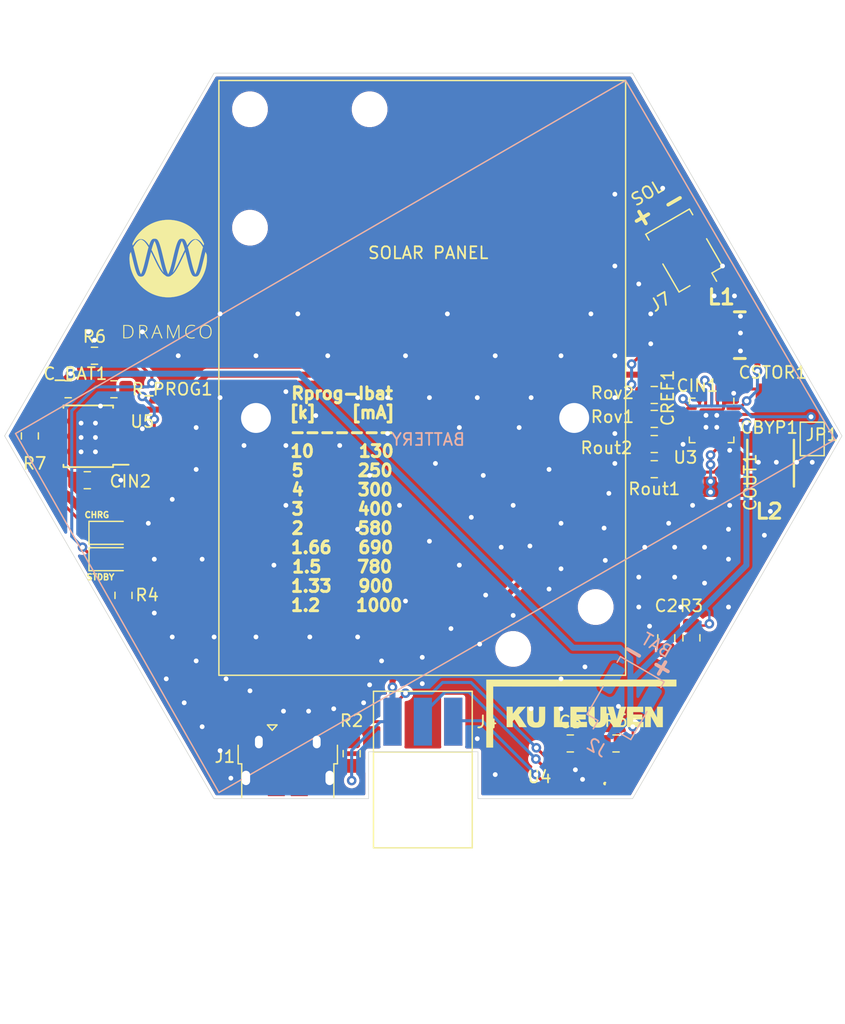
<source format=kicad_pcb>
(kicad_pcb (version 20171130) (host pcbnew "(5.1.5)-3")
  (layers (0 F.Cu signal) (31 B.Cu signal) (34 B.Paste user) (35 F.Paste user) (36 B.SilkS user) (37 F.SilkS user) (38 B.Mask user) (39 F.Mask user) (44 Edge.Cuts user))
  (net 0 "")
  (net 1 GND)
  (net 2 "Net-(C2-Pad1)")
  (net 3 "Net-(C3-Pad1)")
  (net 4 BAT+)
  (net 5 VSTOR)
  (net 6 3V3)
  (net 7 "Net-(CREF1-Pad1)")
  (net 8 VUSB)
  (net 9 "Net-(D_CHRG1-Pad1)")
  (net 10 "Net-(D_STDBY1-Pad1)")
  (net 11 "Net-(J1-Pad2)")
  (net 12 "Net-(J1-Pad4)")
  (net 13 "Net-(J1-Pad3)")
  (net 14 SDA)
  (net 15 INT)
  (net 16 "Net-(J4-Pad1)")
  (net 17 "Net-(L1-Pad2)")
  (net 18 "Net-(L2-Pad1)")
  (net 19 LED_CHRG)
  (net 20 LED_STDBY)
  (net 21 "Net-(R_PROG1-Pad1)")
  (net 22 "Net-(Rout1-Pad1)")
  (net 23 "Net-(Rov1-Pad1)")
  (net 24 "Net-(U3-Pad13)")
  (net 25 SCL)
  (net 26 SOL+)
  (net 27 "Net-(Rout2-Pad1)")
  (net 28 "Net-(J1-Pad1)")
  (module MountingHole:MountingHole_2.5mm (layer F.Cu) (at 90.6 48.2)
    (fp_text reference H1 hide)
    (fp_text value MountingHole)
    (pad 1 np_thru_hole circle (at 0 0) (size 2.5 2.5) (drill 2.5) (layers *.Cu *.Mask))
  )
  (module MountingHole:MountingHole_2.5mm (layer F.Cu) (at 117.2 48.2)
    (fp_text reference H1 hide)
    (fp_text value MountingHole)
    (pad 1 np_thru_hole circle (at 0 0) (size 2.5 2.5) (drill 2.5) (layers *.Cu *.Mask))
  )
  (module logoKuleuven2:logoKuleuven2 (layer F.Cu) (at 117.8 72.9)
    (fp_text reference G*** hide)
    (fp_text value LOGO hide)
  )
  (module logoDramco2:logoDramco2 (layer F.Cu) (at 83.2 36.6)
    (fp_text reference G*** hide)
    (fp_text value LOGO hide)
  )
  (module Package_DFN_QFN:QFN-20-1EP_3.5x3.5mm_P0.5mm_EP2x2mm (layer F.Cu) (at 128.6876 48.4048 270)
    (fp_text reference U3 (at 3.0952 2.1876 180) (layer F.SilkS))
    (fp_text value BQ25570)
    (pad 21 smd roundrect (at 0 0 270) (size 2 2) (layers F.Cu F.Mask) (roundrect_rratio 0.125) (net 1 GND))
    (pad 1 smd roundrect (at -1.6875 -1 270) (size 0.875 0.25) (layers F.Cu F.Paste F.Mask) (net 1 GND))
    (pad 2 smd roundrect (at -1.6875 -0.5 270) (size 0.875 0.25) (layers F.Cu F.Paste F.Mask) (net 26 SOL+))
    (pad 3 smd roundrect (at -1.6875 0 270) (size 0.875 0.25) (layers F.Cu F.Paste F.Mask) (net 5 VSTOR))
    (pad 4 smd roundrect (at -1.6875 0.5 270) (size 0.875 0.25) (layers F.Cu F.Paste F.Mask) (net 7 "Net-(CREF1-Pad1)"))
    (pad 5 smd roundrect (at -1.6875 1 270) (size 0.875 0.25) (layers F.Cu F.Paste F.Mask) (net 8 VUSB))
    (pad 6 smd roundrect (at -1 1.6875 270) (size 0.25 0.875) (layers F.Cu F.Paste F.Mask) (net 5 VSTOR))
    (pad 7 smd roundrect (at -0.5 1.6875 270) (size 0.25 0.875) (layers F.Cu F.Paste F.Mask) (net 23 "Net-(Rov1-Pad1)"))
    (pad 8 smd roundrect (at 0 1.6875 270) (size 0.25 0.875) (layers F.Cu F.Paste F.Mask) (net 27 "Net-(Rout2-Pad1)"))
    (pad 9 smd roundrect (at 0.5 1.6875 270) (size 0.25 0.875) (layers F.Cu F.Paste F.Mask) (net 1 GND))
    (pad 10 smd roundrect (at 1 1.6875 270) (size 0.25 0.875) (layers F.Cu F.Paste F.Mask) (net 1 GND))
    (pad 11 smd roundrect (at 1.6875 1 270) (size 0.875 0.25) (layers F.Cu F.Paste F.Mask) (net 1 GND))
    (pad 12 smd roundrect (at 1.6875 0.5 270) (size 0.875 0.25) (layers F.Cu F.Paste F.Mask) (net 22 "Net-(Rout1-Pad1)"))
    (pad 13 smd roundrect (at 1.6875 0 270) (size 0.875 0.25) (layers F.Cu F.Paste F.Mask) (net 24 "Net-(U3-Pad13)"))
    (pad 14 smd roundrect (at 1.6875 -0.5 270) (size 0.875 0.25) (layers F.Cu F.Paste F.Mask) (net 6 3V3))
    (pad 15 smd roundrect (at 1.6875 -1 270) (size 0.875 0.25) (layers F.Cu F.Paste F.Mask) (net 1 GND))
    (pad 16 smd roundrect (at 1 -1.6875 270) (size 0.25 0.875) (layers F.Cu F.Paste F.Mask) (net 18 "Net-(L2-Pad1)"))
    (pad 17 smd roundrect (at 0.5 -1.6875 270) (size 0.25 0.875) (layers F.Cu F.Paste F.Mask) (net 1 GND))
    (pad 18 smd roundrect (at 0 -1.6875 270) (size 0.25 0.875) (layers F.Cu F.Paste F.Mask) (net 4 BAT+))
    (pad 19 smd roundrect (at -0.5 -1.6875 270) (size 0.25 0.875) (layers F.Cu F.Paste F.Mask) (net 5 VSTOR))
    (pad 20 smd roundrect (at -1 -1.6875 270) (size 0.25 0.875) (layers F.Cu F.Paste F.Mask) (net 17 "Net-(L1-Pad2)"))
  )
  (module logokuleuven:generic_connector_1x02-1MP_P1.00mm_Horizontal (layer B.Cu) (at 121.1 72.3 330)
    (fp_text reference J2 (at 0 3.98 150) (layer B.SilkS) (effects (justify mirror)))
    (fp_text value Conn_01x02)
    (pad MP smd roundrect (at 1.8 -1.65 330) (size 1.2 2.5) (layers B.Cu B.Paste B.Mask) (roundrect_rratio 0.208))
    (pad MP smd roundrect (at -1.8 -1.65 330) (size 1.2 2.5) (layers B.Cu B.Paste B.Mask) (roundrect_rratio 0.208))
    (pad 2 smd roundrect (at 0.5 2.025 330) (size 0.6 1.5) (layers B.Cu B.Paste B.Mask) (net 4 BAT+))
    (pad 1 smd roundrect (at -0.5 2.025 330) (size 0.6 1.5) (layers B.Cu B.Paste B.Mask) (net 1 GND))
  )
  (module Resistor_SMD:R_0805_2012Metric_Pad1.15x1.40mm_HandSolder (layer F.Cu) (at 78.725 45.8 180)
    (fp_text reference R_PROG1 (at -4.875 0) (layer F.SilkS))
    (fp_text value 2)
    (pad 2 smd roundrect (at 1.025 0 180) (size 1.15 1.4) (layers F.Cu F.Paste F.Mask) (roundrect_rratio 0.217391) (net 1 GND))
    (pad 1 smd roundrect (at -1.025 0 180) (size 1.15 1.4) (layers F.Cu F.Paste F.Mask) (roundrect_rratio 0.217391) (net 21 "Net-(R_PROG1-Pad1)"))
  )
  (module Capacitor_SMD:C_0805_2012Metric_Pad1.15x1.40mm_HandSolder (layer F.Cu) (at 74.9 45.8)
    (fp_text reference C_BAT1 (at 0.6 -1.3) (layer F.SilkS))
    (fp_text value "10 uF")
    (pad 2 smd roundrect (at 1.025 0) (size 1.15 1.4) (layers F.Cu F.Paste F.Mask) (roundrect_rratio 0.217391) (net 1 GND))
    (pad 1 smd roundrect (at -1.025 0) (size 1.15 1.4) (layers F.Cu F.Paste F.Mask) (roundrect_rratio 0.217391) (net 4 BAT+))
  )
  (module lib:TP4056_SOP-8-PP (layer F.Cu) (at 76.58 49.73 180)
    (fp_text reference U5 (at -4.52 1.23) (layer F.SilkS))
    (fp_text value TP4056-42-ESOP8)
    (pad 9 smd rect (at 0 0 180) (size 2.7 3.6) (layers F.Cu F.Paste F.Mask) (net 1 GND))
    (pad 8 smd rect (at 2.7 -1.905 180) (size 1.5 0.65) (layers F.Cu F.Paste F.Mask) (net 8 VUSB))
    (pad 7 smd rect (at 2.7 -0.635 180) (size 1.5 0.65) (layers F.Cu F.Paste F.Mask) (net 19 LED_CHRG))
    (pad 6 smd rect (at 2.7 0.635 180) (size 1.5 0.65) (layers F.Cu F.Paste F.Mask) (net 20 LED_STDBY))
    (pad 5 smd rect (at 2.7 1.905 180) (size 1.5 0.65) (layers F.Cu F.Paste F.Mask) (net 4 BAT+))
    (pad 4 smd rect (at -2.7 1.905 180) (size 1.5 0.65) (layers F.Cu F.Paste F.Mask) (net 8 VUSB))
    (pad 3 smd rect (at -2.7 0.635 180) (size 1.5 0.65) (layers F.Cu F.Paste F.Mask) (net 1 GND))
    (pad 2 smd rect (at -2.7 -0.635 180) (size 1.5 0.65) (layers F.Cu F.Paste F.Mask) (net 21 "Net-(R_PROG1-Pad1)"))
    (pad 1 smd rect (at -2.7 -1.905 180) (size 1.5 0.65) (layers F.Cu F.Paste F.Mask) (net 1 GND))
  )
  (module MountingHole:MountingHole_2.5mm (layer F.Cu) (at 90.1 22.4)
    (fp_text reference H5 hide)
    (fp_text value MountingHole)
    (pad 1 np_thru_hole circle (at 0 0) (size 2.5 2.5) (drill 2.5) (layers *.Cu *.Mask))
  )
  (module MountingHole:MountingHole_2.5mm (layer F.Cu) (at 112.1 67.5)
    (fp_text reference H4 hide)
    (fp_text value MountingHole)
    (pad 1 np_thru_hole circle (at 0 0) (size 2.5 2.5) (drill 2.5) (layers *.Cu *.Mask))
  )
  (module MountingHole:MountingHole_2.5mm (layer F.Cu) (at 100.1 22.4)
    (fp_text reference H3 hide)
    (fp_text value MountingHole)
    (pad 1 np_thru_hole circle (at 0 0) (size 2.5 2.5) (drill 2.5) (layers *.Cu *.Mask))
  )
  (module MountingHole:MountingHole_2.5mm (layer F.Cu) (at 119 64)
    (fp_text reference H2 hide)
    (fp_text value MountingHole)
    (pad 1 np_thru_hole circle (at 0 0) (size 2.5 2.5) (drill 2.5) (layers *.Cu *.Mask))
  )
  (module MountingHole:MountingHole_2.5mm (layer F.Cu) (at 90.1 32.3)
    (fp_text reference H1 hide)
    (fp_text value MountingHole)
    (pad 1 np_thru_hole circle (at 0 0) (size 2.5 2.5) (drill 2.5) (layers *.Cu *.Mask))
  )
  (module footprints:MAX17043G&plus_T (layer F.Cu) (at 117.6 78 180)
    (fp_text reference U4 (at 3.3 -0.2) (layer F.SilkS))
    (fp_text value MAX17043G+T hide)
    (pad 9 smd rect (at 0 0 180) (size 1.7526 1.905) (layers F.Cu F.Paste F.Mask) (net 1 GND))
    (pad 8 smd rect (at 1.42 -0.750001 180) (size 0.807999 0.2248) (layers F.Cu F.Paste F.Mask) (net 14 SDA))
    (pad 7 smd rect (at 1.42 -0.25 180) (size 0.807999 0.2248) (layers F.Cu F.Paste F.Mask) (net 25 SCL))
    (pad 6 smd rect (at 1.42 0.25 180) (size 0.807999 0.2248) (layers F.Cu F.Paste F.Mask) (net 1 GND))
    (pad 5 smd rect (at 1.42 0.750001 180) (size 0.807999 0.2248) (layers F.Cu F.Paste F.Mask) (net 15 INT))
    (pad 4 smd rect (at -1.42 0.750001 180) (size 0.807999 0.2248) (layers F.Cu F.Paste F.Mask) (net 1 GND))
    (pad 3 smd rect (at -1.42 0.25 180) (size 0.807999 0.2248) (layers F.Cu F.Paste F.Mask) (net 3 "Net-(C3-Pad1)"))
    (pad 2 smd rect (at -1.42 -0.25 180) (size 0.807999 0.2248) (layers F.Cu F.Paste F.Mask) (net 2 "Net-(C2-Pad1)"))
    (pad 1 smd rect (at -1.42 -0.750001 180) (size 0.807999 0.2248) (layers F.Cu F.Paste F.Mask) (net 1 GND))
  )
  (module logokuleuven:generic_connector_1x02-1MP_P1.00mm_Horizontal (layer F.Cu) (at 126.8 34.9 210)
    (fp_text reference J7 (at 3.878461 -1.917691 30) (layer F.SilkS))
    (fp_text value Conn_01x02)
    (pad MP smd roundrect (at 1.8 1.65 210) (size 1.2 2.5) (layers F.Cu F.Paste F.Mask) (roundrect_rratio 0.208))
    (pad MP smd roundrect (at -1.8 1.65 210) (size 1.2 2.5) (layers F.Cu F.Paste F.Mask) (roundrect_rratio 0.208))
    (pad 2 smd roundrect (at 0.5 -2.025 210) (size 0.6 1.5) (layers F.Cu F.Paste F.Mask) (net 26 SOL+))
    (pad 1 smd roundrect (at -0.5 -2.025 210) (size 0.6 1.5) (layers F.Cu F.Paste F.Mask) (net 1 GND))
  )
  (module Jumper:SolderJumper-2_P1.3mm_Bridged2Bar_Pad1.0x1.5mm (layer F.Cu) (at 137.1 49.95 90)
    (fp_text reference JP1 (at 0.35 0.8 180) (layer F.SilkS))
    (fp_text value Jumper)
    (fp_poly (pts (xy -0.25 0.2) (xy 0.25 0.2) (xy 0.25 0.6) (xy -0.25 0.6)) (layer F.Cu) (width 0))
    (fp_poly (pts (xy -0.25 -0.6) (xy 0.25 -0.6) (xy 0.25 -0.2) (xy -0.25 -0.2)) (layer F.Cu) (width 0))
    (pad 1 smd rect (at -0.65 0 90) (size 1 1.5) (layers F.Cu F.Mask) (net 1 GND))
    (pad 2 smd rect (at 0.65 0 90) (size 1 1.5) (layers F.Cu F.Mask) (net 5 VSTOR))
  )
  (module VJ0805Y103KXBT:VJ0805Y103KXBT (layer F.Cu) (at 130.32 44.58)
    (fp_text reference CIN1 (at -2.82 0.92) (layer F.SilkS))
    (fp_text value "4.7 uF" hide)
    (fp_line (start -0.3429 -0.6731) (end 0.3429 -0.6731) (layer F.Cu) (width 0.1524))
    (fp_line (start 0.3429 -0.6731) (end 0.3429 0.6731) (layer F.Cu) (width 0.1524))
    (fp_line (start 0.3429 0.6731) (end -0.3429 0.6731) (layer F.Cu) (width 0.1524))
    (fp_line (start -0.3429 0.6731) (end -0.3429 -0.6731) (layer F.Cu) (width 0.1524))
    (pad 1 smd rect (at -0.8509 0) (size 0.9144 1.4478) (layers F.Cu F.Paste F.Mask) (net 26 SOL+))
    (pad 2 smd rect (at 0.8509 0) (size 0.9144 1.4478) (layers F.Cu F.Paste F.Mask) (net 1 GND))
  )
  (module VJ0805Y103KXBT:VJ0805Y103KXBT (layer F.Cu) (at 133.12 46.6309 90)
    (fp_text reference CBYP1 (at -2.3691 0.38 180) (layer F.SilkS))
    (fp_text value "0.01 uF" hide)
    (fp_line (start -0.3429 -0.6731) (end 0.3429 -0.6731) (layer F.Cu) (width 0.1524))
    (fp_line (start 0.3429 -0.6731) (end 0.3429 0.6731) (layer F.Cu) (width 0.1524))
    (fp_line (start 0.3429 0.6731) (end -0.3429 0.6731) (layer F.Cu) (width 0.1524))
    (fp_line (start -0.3429 0.6731) (end -0.3429 -0.6731) (layer F.Cu) (width 0.1524))
    (pad 1 smd rect (at -0.8509 0 90) (size 0.9144 1.4478) (layers F.Cu F.Paste F.Mask) (net 5 VSTOR))
    (pad 2 smd rect (at 0.8509 0 90) (size 0.9144 1.4478) (layers F.Cu F.Paste F.Mask) (net 1 GND))
  )
  (module VJ0805Y103KXBT:VJ0805Y103KXBT (layer F.Cu) (at 130.1 53 270)
    (fp_text reference COUT1 (at 0.5709 -1.82 90) (layer F.SilkS))
    (fp_text value "22 uF" hide)
    (fp_line (start -0.3429 0.6731) (end -0.3429 -0.6731) (layer F.Cu) (width 0.1524))
    (fp_line (start 0.3429 0.6731) (end -0.3429 0.6731) (layer F.Cu) (width 0.1524))
    (fp_line (start 0.3429 -0.6731) (end 0.3429 0.6731) (layer F.Cu) (width 0.1524))
    (fp_line (start -0.3429 -0.6731) (end 0.3429 -0.6731) (layer F.Cu) (width 0.1524))
    (pad 2 smd rect (at 0.8509 0 270) (size 0.9144 1.4478) (layers F.Cu F.Paste F.Mask) (net 6 3V3))
    (pad 1 smd rect (at -0.8509 0 270) (size 0.9144 1.4478) (layers F.Cu F.Paste F.Mask) (net 1 GND))
  )
  (module VJ0805Y103KXBT:VJ0805Y103KXBT (layer F.Cu) (at 125.9509 43.2 180)
    (fp_text reference CREF1 (at 0.9309 -3.32 270) (layer F.SilkS))
    (fp_text value "10 nF" hide)
    (fp_line (start -0.3429 -0.6731) (end 0.3429 -0.6731) (layer F.Cu) (width 0.1524))
    (fp_line (start 0.3429 -0.6731) (end 0.3429 0.6731) (layer F.Cu) (width 0.1524))
    (fp_line (start 0.3429 0.6731) (end -0.3429 0.6731) (layer F.Cu) (width 0.1524))
    (fp_line (start -0.3429 0.6731) (end -0.3429 -0.6731) (layer F.Cu) (width 0.1524))
    (pad 1 smd rect (at -0.8509 0 180) (size 0.9144 1.4478) (layers F.Cu F.Paste F.Mask) (net 7 "Net-(CREF1-Pad1)"))
    (pad 2 smd rect (at 0.8509 0 180) (size 0.9144 1.4478) (layers F.Cu F.Paste F.Mask) (net 1 GND))
  )
  (module VJ0805Y103KXBT:VJ0805Y103KXBT (layer F.Cu) (at 135.32 46.6309 90)
    (fp_text reference CSTOR1 (at 2.2309 -1.52 180) (layer F.SilkS))
    (fp_text value "4.7 uF" hide)
    (fp_line (start -0.3429 -0.6731) (end 0.3429 -0.6731) (layer F.Cu) (width 0.1524))
    (fp_line (start 0.3429 -0.6731) (end 0.3429 0.6731) (layer F.Cu) (width 0.1524))
    (fp_line (start 0.3429 0.6731) (end -0.3429 0.6731) (layer F.Cu) (width 0.1524))
    (fp_line (start -0.3429 0.6731) (end -0.3429 -0.6731) (layer F.Cu) (width 0.1524))
    (pad 1 smd rect (at -0.8509 0 90) (size 0.9144 1.4478) (layers F.Cu F.Paste F.Mask) (net 5 VSTOR))
    (pad 2 smd rect (at 0.8509 0 90) (size 0.9144 1.4478) (layers F.Cu F.Paste F.Mask) (net 1 GND))
  )
  (module LPS4018-223MRB:LPS4018 (layer F.Cu) (at 131.045 41.28)
    (fp_text reference L1 (at -1.545 -3.18) (layer F.SilkS) (effects (font (size 1.27 1.27) (thickness 0.254))))
    (fp_text value "22 uH" hide)
    (pad 1 smd rect (at -1.475 0) (size 1.45 3.89) (layers F.Cu F.Paste F.Mask) (net 26 SOL+))
    (pad 2 smd rect (at 1.475 0) (size 1.45 3.89) (layers F.Cu F.Paste F.Mask) (net 17 "Net-(L1-Pad2)"))
  )
  (module LPS4018-103MRB:INDPM3939X180N (layer F.Cu) (at 133.62 51.98 270)
    (fp_text reference L2 (at 4.02 0.12 180) (layer F.SilkS) (effects (font (size 1.27 1.27) (thickness 0.254))))
    (fp_text value "10 uH" hide)
    (pad 1 smd rect (at -1.7 0 270) (size 1.65 3.95) (layers F.Cu F.Paste F.Mask) (net 18 "Net-(L2-Pad1)"))
    (pad 2 smd rect (at 1.7 0 270) (size 1.65 3.95) (layers F.Cu F.Paste F.Mask) (net 6 3V3))
  )
  (module Resistor_SMD:R_0805_2012Metric_Pad1.15x1.40mm_HandSolder (layer F.Cu) (at 123.895 52.48 180)
    (fp_text reference Rout1 (at 0 -1.65) (layer F.SilkS))
    (fp_text value 4.75M)
    (pad 1 smd roundrect (at -1.025 0 180) (size 1.15 1.4) (layers F.Cu F.Paste F.Mask) (roundrect_rratio 0.217391) (net 22 "Net-(Rout1-Pad1)"))
    (pad 2 smd roundrect (at 1.025 0 180) (size 1.15 1.4) (layers F.Cu F.Paste F.Mask) (roundrect_rratio 0.217391) (net 1 GND))
  )
  (module Resistor_SMD:R_0805_2012Metric_Pad1.15x1.40mm_HandSolder (layer F.Cu) (at 123.895 50.38)
    (fp_text reference Rout2 (at -3.995 0.32) (layer F.SilkS))
    (fp_text value 8.25M)
    (pad 1 smd roundrect (at -1.025 0) (size 1.15 1.4) (layers F.Cu F.Paste F.Mask) (roundrect_rratio 0.217391) (net 27 "Net-(Rout2-Pad1)"))
    (pad 2 smd roundrect (at 1.025 0) (size 1.15 1.4) (layers F.Cu F.Paste F.Mask) (roundrect_rratio 0.217391) (net 22 "Net-(Rout1-Pad1)"))
  )
  (module Resistor_SMD:R_0805_2012Metric_Pad1.15x1.40mm_HandSolder (layer F.Cu) (at 123.895 46.28 180)
    (fp_text reference Rov1 (at 3.495 -1.82) (layer F.SilkS))
    (fp_text value 5.62M)
    (pad 1 smd roundrect (at -1.025 0 180) (size 1.15 1.4) (layers F.Cu F.Paste F.Mask) (roundrect_rratio 0.217391) (net 23 "Net-(Rov1-Pad1)"))
    (pad 2 smd roundrect (at 1.025 0 180) (size 1.15 1.4) (layers F.Cu F.Paste F.Mask) (roundrect_rratio 0.217391) (net 1 GND))
  )
  (module Resistor_SMD:R_0805_2012Metric_Pad1.15x1.40mm_HandSolder (layer F.Cu) (at 123.895 48.28)
    (fp_text reference Rov2 (at -3.495 -2.18) (layer F.SilkS))
    (fp_text value 7.32M)
    (pad 1 smd roundrect (at -1.025 0) (size 1.15 1.4) (layers F.Cu F.Paste F.Mask) (roundrect_rratio 0.217391) (net 27 "Net-(Rout2-Pad1)"))
    (pad 2 smd roundrect (at 1.025 0) (size 1.15 1.4) (layers F.Cu F.Paste F.Mask) (roundrect_rratio 0.217391) (net 23 "Net-(Rov1-Pad1)"))
  )
  (module USB:USB_Micro (layer F.Cu) (at 87.8621 76.95926)
    (fp_text reference J1 (at 0.1379 -0.45926) (layer F.SilkS))
    (fp_text value USB_B_Micro)
    (pad 6 smd rect (at 6.3579 1.59074 90) (size 2.5 1.43) (layers F.Cu F.Paste F.Mask) (net 1 GND))
    (pad 6 thru_hole oval (at 1.8979 1.32074 90) (size 1.7 1.35) (drill oval 1.2 0.7) (layers *.Cu *.Mask) (net 1 GND))
    (pad 2 smd rect (at 4.7479 -1.55926 90) (size 1.65 0.4) (layers F.Cu F.Paste F.Mask) (net 11 "Net-(J1-Pad2)"))
    (pad 6 smd rect (at 2.4479 -0.35926) (size 1.825 0.7) (layers F.Cu F.Paste F.Mask) (net 1 GND))
    (pad 6 smd rect (at 8.2979 -1.67926) (size 2 1.5) (layers F.Cu F.Paste F.Mask) (net 1 GND))
    (pad 1 smd rect (at 4.0979 -1.55926 90) (size 1.65 0.4) (layers F.Cu F.Paste F.Mask) (net 28 "Net-(J1-Pad1)"))
    (pad 6 smd rect (at 8.3979 -0.35926) (size 1.825 0.7) (layers F.Cu F.Paste F.Mask) (net 1 GND))
    (pad 4 smd rect (at 6.0479 -1.55926 90) (size 1.65 0.4) (layers F.Cu F.Paste F.Mask) (net 12 "Net-(J1-Pad4)"))
    (pad 5 smd rect (at 6.6979 -1.55926 90) (size 1.65 0.4) (layers F.Cu F.Paste F.Mask) (net 1 GND))
    (pad 6 thru_hole oval (at 7.8179 -1.67926 90) (size 1.5 1.1) (drill oval 1.05 0.65) (layers *.Cu *.Mask) (net 1 GND))
    (pad 6 thru_hole oval (at 2.9779 -1.67926 90) (size 1.5 1.1) (drill oval 1.05 0.65) (layers *.Cu *.Mask) (net 1 GND))
    (pad 6 thru_hole oval (at 8.8979 1.32074 90) (size 1.7 1.35) (drill oval 1.2 0.7) (layers *.Cu *.Mask) (net 1 GND))
    (pad 3 smd rect (at 5.3979 -1.55926 90) (size 1.65 0.4) (layers F.Cu F.Paste F.Mask) (net 13 "Net-(J1-Pad3)"))
    (pad 6 smd rect (at 2.6679 0.39074) (size 1.35 2) (layers F.Cu F.Paste F.Mask) (net 1 GND))
    (pad 6 smd rect (at 8.1479 0.39074) (size 1.35 2) (layers F.Cu F.Paste F.Mask) (net 1 GND))
    (pad 6 smd rect (at 2.5479 -1.65926) (size 2 1.5) (layers F.Cu F.Paste F.Mask) (net 1 GND))
    (pad 6 smd rect (at 4.4379 1.59074 90) (size 2.5 1.43) (layers F.Cu F.Paste F.Mask) (net 1 GND))
  )
  (module Capacitor_SMD:C_0805_2012Metric_Pad1.15x1.40mm_HandSolder (layer F.Cu) (at 76.5 53.4)
    (fp_text reference CIN2 (at 3.6 0.1) (layer F.SilkS))
    (fp_text value "10 uF")
    (pad 2 smd roundrect (at 1.025 0) (size 1.15 1.4) (layers F.Cu F.Paste F.Mask) (roundrect_rratio 0.217391) (net 1 GND))
    (pad 1 smd roundrect (at -1.025 0) (size 1.15 1.4) (layers F.Cu F.Paste F.Mask) (roundrect_rratio 0.217391) (net 8 VUSB))
  )
  (module Resistor_SMD:R_0805_2012Metric_Pad1.15x1.40mm_HandSolder (layer F.Cu) (at 71.7 49.7 270)
    (fp_text reference R7 (at 2.3 -0.4 180) (layer F.SilkS))
    (fp_text value 1k)
    (pad 2 smd roundrect (at 1.025 0 270) (size 1.15 1.4) (layers F.Cu F.Paste F.Mask) (roundrect_rratio 0.217391) (net 9 "Net-(D_CHRG1-Pad1)"))
    (pad 1 smd roundrect (at -1.025 0 270) (size 1.15 1.4) (layers F.Cu F.Paste F.Mask) (roundrect_rratio 0.217391) (net 19 LED_CHRG))
  )
  (module Resistor_SMD:R_0805_2012Metric_Pad1.15x1.40mm_HandSolder (layer F.Cu) (at 77.1 43 180)
    (fp_text reference R6 (at 0 1.6) (layer F.SilkS))
    (fp_text value 1k)
    (pad 2 smd roundrect (at 1.025 0 180) (size 1.15 1.4) (layers F.Cu F.Paste F.Mask) (roundrect_rratio 0.217391) (net 20 LED_STDBY))
    (pad 1 smd roundrect (at -1.025 0 180) (size 1.15 1.4) (layers F.Cu F.Paste F.Mask) (roundrect_rratio 0.217391) (net 10 "Net-(D_STDBY1-Pad1)"))
  )
  (module Resistor_SMD:R_0805_2012Metric_Pad1.15x1.40mm_HandSolder (layer F.Cu) (at 120.7 75.4)
    (fp_text reference R5 (at 0 -1.9) (layer F.SilkS))
    (fp_text value 150 hide)
    (pad 2 smd roundrect (at 1.025 0) (size 1.15 1.4) (layers F.Cu F.Paste F.Mask) (roundrect_rratio 0.217391) (net 4 BAT+))
    (pad 1 smd roundrect (at -1.025 0) (size 1.15 1.4) (layers F.Cu F.Paste F.Mask) (roundrect_rratio 0.217391) (net 3 "Net-(C3-Pad1)"))
  )
  (module Resistor_SMD:R_0805_2012Metric_Pad1.15x1.40mm_HandSolder (layer F.Cu) (at 79.525 63.025 270)
    (fp_text reference R4 (at -0.025 -1.975 180) (layer F.SilkS))
    (fp_text value 0.4)
    (pad 2 smd roundrect (at 1.025 0 270) (size 1.15 1.4) (layers F.Cu F.Paste F.Mask) (roundrect_rratio 0.217391) (net 28 "Net-(J1-Pad1)"))
    (pad 1 smd roundrect (at -1.025 0 270) (size 1.15 1.4) (layers F.Cu F.Paste F.Mask) (roundrect_rratio 0.217391) (net 8 VUSB))
  )
  (module Resistor_SMD:R_0805_2012Metric_Pad1.15x1.40mm_HandSolder (layer F.Cu) (at 127 66.575 90)
    (fp_text reference R3 (at 2.675 0 180) (layer F.SilkS))
    (fp_text value 1k hide)
    (pad 2 smd roundrect (at 1.025 0 90) (size 1.15 1.4) (layers F.Cu F.Paste F.Mask) (roundrect_rratio 0.217391) (net 4 BAT+))
    (pad 1 smd roundrect (at -1.025 0 90) (size 1.15 1.4) (layers F.Cu F.Paste F.Mask) (roundrect_rratio 0.217391) (net 2 "Net-(C2-Pad1)"))
  )
  (module Resistor_SMD:R_0805_2012Metric_Pad1.15x1.40mm_HandSolder (layer F.Cu) (at 98.6 76.25 90)
    (fp_text reference R2 (at 2.75 0 180) (layer F.SilkS))
    (fp_text value 4.7k)
    (pad 2 smd roundrect (at 1.025 0 90) (size 1.15 1.4) (layers F.Cu F.Paste F.Mask) (roundrect_rratio 0.217391) (net 15 INT))
    (pad 1 smd roundrect (at -1.025 0 90) (size 1.15 1.4) (layers F.Cu F.Paste F.Mask) (roundrect_rratio 0.217391) (net 6 3V3))
  )
  (module ConnectorHorizontalPcb:ConnectorHorizontalPcb (layer F.Cu) (at 107.09 73.58 270)
    (fp_text reference J4 (at 0.02 -2.81 180) (layer F.SilkS))
    (fp_text value Conn_02x03_Top_Bottom hide)
    (pad 6 smd rect (at 0 5.08 270) (size 4 1.524) (layers B.Cu B.Paste B.Mask) (net 6 3V3))
    (pad 5 smd rect (at 0 2.54 270) (size 4 1.524) (layers B.Cu B.Paste B.Mask) (net 25 SCL))
    (pad 4 smd rect (at 0 0 270) (size 4 1.524) (layers B.Cu B.Paste B.Mask) (net 14 SDA))
    (pad 3 smd rect (at 0 5.08 270) (size 4 1.524) (layers F.Cu F.Paste F.Mask) (net 15 INT))
    (pad 2 smd rect (at 0 2.54 270) (size 4 1.524) (layers F.Cu F.Paste F.Mask) (net 1 GND))
    (pad 1 smd rect (at 0 0 270) (size 4 1.524) (layers F.Cu F.Paste F.Mask) (net 16 "Net-(J4-Pad1)"))
  )
  (module LED_SMD:LED_0805_2012Metric_Pad1.15x1.40mm_HandSolder (layer F.Cu) (at 78.5 60)
    (fp_text reference D_STDBY1 hide)
    (fp_text value LED)
    (pad 2 smd roundrect (at 1.025 0) (size 1.15 1.4) (layers F.Cu F.Paste F.Mask) (roundrect_rratio 0.217391) (net 8 VUSB))
    (pad 1 smd roundrect (at -1.025 0) (size 1.15 1.4) (layers F.Cu F.Paste F.Mask) (roundrect_rratio 0.217391) (net 10 "Net-(D_STDBY1-Pad1)"))
  )
  (module LED_SMD:LED_0805_2012Metric_Pad1.15x1.40mm_HandSolder (layer F.Cu) (at 78.5 57.8)
    (fp_text reference D_CHRG1 hide)
    (fp_text value LED)
    (pad 2 smd roundrect (at 1.025 0) (size 1.15 1.4) (layers F.Cu F.Paste F.Mask) (roundrect_rratio 0.217391) (net 8 VUSB))
    (pad 1 smd roundrect (at -1.025 0) (size 1.15 1.4) (layers F.Cu F.Paste F.Mask) (roundrect_rratio 0.217391) (net 9 "Net-(D_CHRG1-Pad1)"))
  )
  (module Capacitor_SMD:C_0805_2012Metric_Pad1.15x1.40mm_HandSolder (layer F.Cu) (at 116.875 75.4 180)
    (fp_text reference C3 (at -0.025 1.8) (layer F.SilkS))
    (fp_text value "10 nF")
    (pad 2 smd roundrect (at 1.025 0 180) (size 1.15 1.4) (layers F.Cu F.Paste F.Mask) (roundrect_rratio 0.217391) (net 1 GND))
    (pad 1 smd roundrect (at -1.025 0 180) (size 1.15 1.4) (layers F.Cu F.Paste F.Mask) (roundrect_rratio 0.217391) (net 3 "Net-(C3-Pad1)"))
  )
  (module Capacitor_SMD:C_0805_2012Metric_Pad1.15x1.40mm_HandSolder (layer F.Cu) (at 124.9 66.575 90)
    (fp_text reference C2 (at 2.675 0 180) (layer F.SilkS))
    (fp_text value "1 uF")
    (pad 2 smd roundrect (at 1.025 0 90) (size 1.15 1.4) (layers F.Cu F.Paste F.Mask) (roundrect_rratio 0.217391) (net 1 GND))
    (pad 1 smd roundrect (at -1.025 0 90) (size 1.15 1.4) (layers F.Cu F.Paste F.Mask) (roundrect_rratio 0.217391) (net 2 "Net-(C2-Pad1)"))
  )
  (gr_text - (at 122.2 67.7 -30) (layer B.SilkS) (effects (font (size 1.5 1.5) (thickness 0.3)) (justify mirror)))
  (gr_text + (at 124.6 69 -30) (layer B.SilkS) (effects (font (size 1.5 1.5) (thickness 0.3)) (justify mirror)))
  (gr_text - (at 125.5 30 30) (layer F.SilkS) (effects (font (size 1.5 1.5) (thickness 0.3))))
  (gr_text + (at 123 31.4 -60) (layer F.SilkS) (effects (font (size 1.5 1.5) (thickness 0.3))))
  (gr_text "Rprog-Ibat\n[k]    [mA]\n-------\n10     130\n5      250\n4      300\n3      400\n2      580\n1.66   690\n1.5    780\n1.33   900\n 1.2    1000" (at 97.8 55) (layer F.SilkS) (effects (font (size 1 1) (thickness 0.25))))
  (gr_text CHRG (at 77.3 56.3) (layer F.SilkS) (effects (font (size 0.5 0.5) (thickness 0.125))))
  (gr_text STDBY (at 77.6 61.5) (layer F.SilkS) (effects (font (size 0.5 0.5) (thickness 0.125))))
  (gr_text "BAT\n" (at 124.1 67.2 -30) (layer B.SilkS) (effects (font (size 1 1)) (justify mirror)))
  (gr_text "SOL\n" (at 123.3 29.4 30) (layer F.SilkS) (effects (font (size 1 1))))
  (gr_text BATTERY (at 105 50) (layer B.SilkS) (effects (font (size 1 1)) (justify mirror)))
  (gr_line (start 70.5 49.5) (end 87.5 79.5) (layer B.SilkS) (width 0.12))
  (gr_line (start 121.5 20) (end 70.5 49.5) (layer B.SilkS) (width 0.12))
  (gr_line (start 139 50) (end 121.5 20) (layer B.SilkS) (width 0.12))
  (gr_line (start 87.5 79.5) (end 139 50) (layer B.SilkS) (width 0.12))
  (gr_text "SOLAR PANEL" (at 105 34.4) (layer F.SilkS) (effects (font (size 1 1))))
  (gr_line (start 87.5 69.7) (end 87.5 20) (layer F.SilkS) (width 0.12))
  (gr_line (start 121.5 69.7) (end 87.5 69.7) (layer F.SilkS) (width 0.12))
  (gr_line (start 121.5 20) (end 121.5 69.7) (layer F.SilkS) (width 0.12))
  (gr_line (start 87.5 20) (end 121.5 20) (layer F.SilkS) (width 0.12))
  (gr_line (start 139.58688 49.69912) (end 122.08688 80.00982) (layer Edge.Cuts) (width 0.05))
  (gr_line (start 122.08688 19.38842) (end 139.58688 49.69912) (layer Edge.Cuts) (width 0.05))
  (gr_line (start 87.08688 80.00982) (end 69.58688 49.69912) (layer Edge.Cuts) (width 0.05))
  (gr_line (start 87.08688 80.00982) (end 98.99688 80.00982) (layer Edge.Cuts) (width 0.05))
  (gr_line (start 98.99688 80.00982) (end 100.014 80.00982) (layer Edge.Cuts) (width 0.05))
  (gr_line (start 109.158 76.094) (end 109.158 80.00982) (layer Edge.Cuts) (width 0.05))
  (gr_line (start 69.58688 49.69912) (end 87.08688 19.38842) (layer Edge.Cuts) (width 0.05))
  (gr_line (start 100.014 76.094) (end 109.158 76.094) (layer Edge.Cuts) (width 0.05))
  (gr_line (start 87.08688 19.38842) (end 122.08688 19.38842) (layer Edge.Cuts) (width 0.05))
  (gr_line (start 100.014 80.00982) (end 100.014 76.094) (layer Edge.Cuts) (width 0.05))
  (gr_line (start 109.158 80.00982) (end 122.08688 80.00982) (layer Edge.Cuts) (width 0.05))
  (via (at 77.6 47.2) (size 0.8) (drill 0.4) (layers F.Cu B.Cu) (net 1))
  (via (at 81.1 49.1) (size 0.8) (drill 0.4) (layers F.Cu B.Cu) (net 1))
  (via (at 130.2 50.9) (size 0.8) (drill 0.4) (layers F.Cu B.Cu) (net 1))
  (via (at 126.3 50.4) (size 0.8) (drill 0.4) (layers F.Cu B.Cu) (net 1))
  (via (at 88.5 78.3) (size 0.8) (drill 0.4) (layers F.Cu B.Cu) (net 1))
  (via (at 79.3 53.4) (size 0.8) (drill 0.4) (layers F.Cu B.Cu) (net 1))
  (via (at 123.5 65.6) (size 0.8) (drill 0.4) (layers F.Cu B.Cu) (net 1))
  (via (at 137.1 51.9) (size 0.8) (drill 0.4) (layers F.Cu B.Cu) (net 1))
  (via (at 95 72.7) (size 0.8) (drill 0.4) (layers F.Cu B.Cu) (net 1))
  (via (at 104.5 70.4) (size 0.8) (drill 0.4) (layers F.Cu B.Cu) (net 1))
  (via (at 129.12 47.98) (size 0.8) (drill 0.4) (layers F.Cu B.Cu) (net 1))
  (via (at 129.12 48.98) (size 0.8) (drill 0.4) (layers F.Cu B.Cu) (net 1))
  (via (at 128.22 47.98) (size 0.8) (drill 0.4) (layers F.Cu B.Cu) (net 1))
  (via (at 128.22 48.98) (size 0.8) (drill 0.4) (layers F.Cu B.Cu) (net 1))
  (segment (start 133.12 45.78) (end 132.1461 45.78) (width 0.25) (layer F.Cu) (net 1))
  (segment (start 127.0001 48.9048) (end 126.6152 48.9048) (width 0.25) (layer F.Cu) (net 1))
  (segment (start 128.1448 48.9048) (end 128.22 48.98) (width 0.25) (layer F.Cu) (net 1))
  (segment (start 132.1461 45.78) (end 130.92 45.78) (width 0.25) (layer F.Cu) (net 1))
  (segment (start 127.0001 48.9048) (end 128.1448 48.9048) (width 0.25) (layer F.Cu) (net 1))
  (segment (start 129.6876 46.7173) (end 129.9075 46.7173) (width 0.25) (layer F.Cu) (net 1))
  (segment (start 129.9075 46.7173) (end 130.535729 46.135729) (width 0.25) (layer F.Cu) (net 1))
  (segment (start 135.32 45.78) (end 133.12 45.78) (width 0.25) (layer F.Cu) (net 1))
  (segment (start 130.3751 48.9048) (end 129.1952 48.9048) (width 0.25) (layer F.Cu) (net 1))
  (segment (start 130.9448 45.78) (end 130.92 45.78) (width 0.25) (layer F.Cu) (net 1))
  (segment (start 131.1709 45.5539) (end 130.9448 45.78) (width 0.25) (layer F.Cu) (net 1))
  (segment (start 129.1952 48.9048) (end 129.12 48.98) (width 0.25) (layer F.Cu) (net 1))
  (segment (start 131.1709 44.58) (end 131.1709 45.5539) (width 0.25) (layer F.Cu) (net 1))
  (via (at 75.98 49.83) (size 0.8) (drill 0.4) (layers F.Cu B.Cu) (net 1))
  (via (at 77.18 48.63) (size 0.8) (drill 0.4) (layers F.Cu B.Cu) (net 1))
  (via (at 75.98 51.03) (size 0.8) (drill 0.4) (layers F.Cu B.Cu) (net 1))
  (via (at 77.18 49.83) (size 0.8) (drill 0.4) (layers F.Cu B.Cu) (net 1))
  (via (at 75.98 48.63) (size 0.8) (drill 0.4) (layers F.Cu B.Cu) (net 1))
  (via (at 77.18 51.03) (size 0.8) (drill 0.4) (layers F.Cu B.Cu) (net 1))
  (via (at 117.3 77.6) (size 0.8) (drill 0.4) (layers F.Cu B.Cu) (net 1))
  (segment (start 137.1 51.9) (end 137.1 50.6) (width 0.25) (layer F.Cu) (net 1))
  (via (at 117.9 78.4) (size 0.8) (drill 0.4) (layers F.Cu B.Cu) (net 1))
  (segment (start 124.85 65.6) (end 124.9 65.55) (width 0.2) (layer F.Cu) (net 1))
  (segment (start 123.5 65.6) (end 124.85 65.6) (width 0.2) (layer F.Cu) (net 1))
  (segment (start 94.56 75.4) (end 94.56 73.14) (width 0.5) (layer F.Cu) (net 1))
  (segment (start 94.56 73.14) (end 95 72.7) (width 0.5) (layer F.Cu) (net 1))
  (segment (start 77.525 53.4) (end 79.3 53.4) (width 0.5) (layer F.Cu) (net 1))
  (segment (start 90.41 77.23) (end 90.53 77.35) (width 0.25) (layer F.Cu) (net 1))
  (segment (start 90.41 75.3) (end 90.41 77.23) (width 0.25) (layer F.Cu) (net 1))
  (segment (start 92.3 78.55) (end 94.22 78.55) (width 0.25) (layer F.Cu) (net 1))
  (segment (start 94.22 78.55) (end 95.185 78.55) (width 0.25) (layer F.Cu) (net 1))
  (segment (start 91.73 78.55) (end 90.53 77.35) (width 0.25) (layer F.Cu) (net 1))
  (segment (start 92.3 78.55) (end 91.73 78.55) (width 0.25) (layer F.Cu) (net 1))
  (segment (start 89.76 78.12) (end 90.53 77.35) (width 0.25) (layer F.Cu) (net 1))
  (segment (start 89.76 78.28) (end 89.76 78.12) (width 0.25) (layer F.Cu) (net 1))
  (segment (start 90.43 75.28) (end 90.41 75.3) (width 0.25) (layer F.Cu) (net 1))
  (segment (start 96.01 76.85) (end 96.26 76.6) (width 0.25) (layer F.Cu) (net 1))
  (segment (start 96.01 77.35) (end 96.01 76.85) (width 0.25) (layer F.Cu) (net 1))
  (segment (start 96.01 77.725) (end 95.185 78.55) (width 0.25) (layer F.Cu) (net 1))
  (segment (start 96.01 77.35) (end 96.01 77.725) (width 0.25) (layer F.Cu) (net 1))
  (segment (start 96.76 78.1) (end 96.01 77.35) (width 0.25) (layer F.Cu) (net 1))
  (segment (start 96.76 78.28) (end 96.76 78.1) (width 0.25) (layer F.Cu) (net 1))
  (segment (start 96.01 75.43) (end 96.16 75.28) (width 0.25) (layer F.Cu) (net 1))
  (segment (start 96.01 77.35) (end 96.01 75.43) (width 0.25) (layer F.Cu) (net 1))
  (segment (start 96.16 75.28) (end 95.68 75.28) (width 0.25) (layer F.Cu) (net 1))
  (segment (start 90.82 75.3) (end 90.84 75.28) (width 0.25) (layer F.Cu) (net 1))
  (segment (start 90.41 75.3) (end 90.82 75.3) (width 0.25) (layer F.Cu) (net 1))
  (segment (start 89.74 78.3) (end 89.76 78.28) (width 0.25) (layer F.Cu) (net 1))
  (segment (start 88.5 78.3) (end 89.74 78.3) (width 0.25) (layer F.Cu) (net 1))
  (segment (start 126.3 50.1049) (end 127.0001 49.4048) (width 0.25) (layer F.Cu) (net 1))
  (segment (start 126.3 50.4) (end 126.3 50.1049) (width 0.25) (layer F.Cu) (net 1))
  (segment (start 127.3799 50.4) (end 127.6876 50.0923) (width 0.25) (layer F.Cu) (net 1))
  (segment (start 126.3 50.4) (end 127.3799 50.4) (width 0.25) (layer F.Cu) (net 1))
  (segment (start 122.8 52.55) (end 122.87 52.48) (width 0.25) (layer F.Cu) (net 1))
  (segment (start 122.8 53.7) (end 122.8 52.55) (width 0.25) (layer F.Cu) (net 1))
  (segment (start 122.400001 53.300001) (end 122.8 53.7) (width 0.25) (layer F.Cu) (net 1))
  (segment (start 129.6876 49.5476) (end 129.12 48.98) (width 0.25) (layer F.Cu) (net 1))
  (segment (start 129.6876 50.0923) (end 129.6876 49.5476) (width 0.25) (layer F.Cu) (net 1))
  (segment (start 129.6876 47.4124) (end 129.12 47.98) (width 0.25) (layer F.Cu) (net 1))
  (segment (start 129.6876 46.7173) (end 129.6876 47.4124) (width 0.25) (layer F.Cu) (net 1))
  (segment (start 104.5 73.53) (end 104.55 73.58) (width 0.25) (layer F.Cu) (net 1))
  (segment (start 104.5 70.4) (end 104.5 73.53) (width 0.25) (layer F.Cu) (net 1))
  (via (at 104.5 68.2) (size 0.8) (drill 0.4) (layers F.Cu B.Cu) (net 1))
  (segment (start 81.095 49.095) (end 81.1 49.1) (width 0.25) (layer F.Cu) (net 1))
  (segment (start 79.28 49.095) (end 81.095 49.095) (width 0.25) (layer F.Cu) (net 1))
  (via (at 77.1 41.7) (size 0.8) (drill 0.4) (layers F.Cu B.Cu) (net 1))
  (via (at 130.2 55.5) (size 0.8) (drill 0.4) (layers F.Cu B.Cu) (net 1))
  (via (at 120.9 72.3) (size 0.8) (drill 0.4) (layers F.Cu B.Cu) (net 1))
  (via (at 112.1 64.7) (size 0.8) (drill 0.4) (layers F.Cu B.Cu) (net 1))
  (via (at 109.3 67.1) (size 0.8) (drill 0.4) (layers F.Cu B.Cu) (net 1))
  (via (at 106.9 65.8) (size 0.8) (drill 0.4) (layers F.Cu B.Cu) (net 1))
  (via (at 109.8 63) (size 0.8) (drill 0.4) (layers F.Cu B.Cu) (net 1))
  (via (at 113.5 58.9) (size 0.8) (drill 0.4) (layers F.Cu B.Cu) (net 1))
  (via (at 116.1 60.8) (size 0.8) (drill 0.4) (layers F.Cu B.Cu) (net 1))
  (via (at 119.7 57.4) (size 0.8) (drill 0.4) (layers F.Cu B.Cu) (net 1))
  (via (at 119.8 60.1) (size 0.8) (drill 0.4) (layers F.Cu B.Cu) (net 1))
  (via (at 92.9 72.7) (size 0.8) (drill 0.4) (layers F.Cu B.Cu) (net 1))
  (via (at 87.6 76) (size 0.8) (drill 0.4) (layers F.Cu B.Cu) (net 1))
  (via (at 84.6 72) (size 0.8) (drill 0.4) (layers F.Cu B.Cu) (net 1))
  (via (at 83.1 70) (size 0.8) (drill 0.4) (layers F.Cu B.Cu) (net 1))
  (via (at 86.1 74) (size 0.8) (drill 0.4) (layers F.Cu B.Cu) (net 1))
  (via (at 82.1 64.5) (size 0.8) (drill 0.4) (layers F.Cu B.Cu) (net 1))
  (via (at 83.6 66.5) (size 0.8) (drill 0.4) (layers F.Cu B.Cu) (net 1))
  (via (at 85.6 68.5) (size 0.8) (drill 0.4) (layers F.Cu B.Cu) (net 1))
  (via (at 88.1 70) (size 0.8) (drill 0.4) (layers F.Cu B.Cu) (net 1))
  (via (at 90.1 71) (size 0.8) (drill 0.4) (layers F.Cu B.Cu) (net 1))
  (via (at 99.6 72) (size 0.8) (drill 0.4) (layers F.Cu B.Cu) (net 1))
  (via (at 97.1 72.5) (size 0.8) (drill 0.4) (layers F.Cu B.Cu) (net 1))
  (via (at 100.1 70.5) (size 0.8) (drill 0.4) (layers F.Cu B.Cu) (net 1))
  (via (at 101.1 68.5) (size 0.8) (drill 0.4) (layers F.Cu B.Cu) (net 1))
  (via (at 87.1 66.5) (size 0.8) (drill 0.4) (layers F.Cu B.Cu) (net 1))
  (via (at 95.1 66.5) (size 0.8) (drill 0.4) (layers F.Cu B.Cu) (net 1))
  (via (at 90.6 66.5) (size 0.8) (drill 0.4) (layers F.Cu B.Cu) (net 1))
  (via (at 99.1 66.5) (size 0.8) (drill 0.4) (layers F.Cu B.Cu) (net 1))
  (via (at 103.1 63.5) (size 0.8) (drill 0.4) (layers F.Cu B.Cu) (net 1))
  (via (at 107.6 60.5) (size 0.8) (drill 0.4) (layers F.Cu B.Cu) (net 1))
  (via (at 105.1 58.5) (size 0.8) (drill 0.4) (layers F.Cu B.Cu) (net 1))
  (via (at 102.6 55.5) (size 0.8) (drill 0.4) (layers F.Cu B.Cu) (net 1))
  (via (at 100.1 53) (size 0.8) (drill 0.4) (layers F.Cu B.Cu) (net 1))
  (via (at 97.6 50.5) (size 0.8) (drill 0.4) (layers F.Cu B.Cu) (net 1))
  (via (at 95.6 48) (size 0.8) (drill 0.4) (layers F.Cu B.Cu) (net 1))
  (via (at 93.1 46) (size 0.8) (drill 0.4) (layers F.Cu B.Cu) (net 1))
  (via (at 87.6 46.5) (size 0.8) (drill 0.4) (layers F.Cu B.Cu) (net 1))
  (via (at 85.6 49) (size 0.8) (drill 0.4) (layers F.Cu B.Cu) (net 1))
  (via (at 85.6 52.5) (size 0.8) (drill 0.4) (layers F.Cu B.Cu) (net 1))
  (via (at 83.6 55) (size 0.8) (drill 0.4) (layers F.Cu B.Cu) (net 1))
  (via (at 81.6 57) (size 0.8) (drill 0.4) (layers F.Cu B.Cu) (net 1))
  (via (at 82.1 60) (size 0.8) (drill 0.4) (layers F.Cu B.Cu) (net 1))
  (via (at 99.1 57.5) (size 0.8) (drill 0.4) (layers F.Cu B.Cu) (net 1))
  (via (at 93.1 50.5) (size 0.8) (drill 0.4) (layers F.Cu B.Cu) (net 1))
  (via (at 89.6 50.5) (size 0.8) (drill 0.4) (layers F.Cu B.Cu) (net 1))
  (via (at 93.1 55.5) (size 0.8) (drill 0.4) (layers F.Cu B.Cu) (net 1))
  (via (at 86.1 60) (size 0.8) (drill 0.4) (layers F.Cu B.Cu) (net 1))
  (via (at 92.1 60.5) (size 0.8) (drill 0.4) (layers F.Cu B.Cu) (net 1))
  (via (at 99.1 46.5) (size 0.8) (drill 0.4) (layers F.Cu B.Cu) (net 1))
  (via (at 101.6 46.5) (size 0.8) (drill 0.4) (layers F.Cu B.Cu) (net 1))
  (via (at 105.1 46.5) (size 0.8) (drill 0.4) (layers F.Cu B.Cu) (net 1))
  (via (at 109.1 46.5) (size 0.8) (drill 0.4) (layers F.Cu B.Cu) (net 1))
  (via (at 113.6 46.5) (size 0.8) (drill 0.4) (layers F.Cu B.Cu) (net 1))
  (via (at 120.6 46.5) (size 0.8) (drill 0.4) (layers F.Cu B.Cu) (net 1))
  (via (at 120.6 49.5) (size 0.8) (drill 0.4) (layers F.Cu B.Cu) (net 1))
  (via (at 120.6 52) (size 0.8) (drill 0.4) (layers F.Cu B.Cu) (net 1))
  (via (at 115.1 52.5) (size 0.8) (drill 0.4) (layers F.Cu B.Cu) (net 1))
  (via (at 105.6 52) (size 0.8) (drill 0.4) (layers F.Cu B.Cu) (net 1))
  (via (at 101.6 49.5) (size 0.8) (drill 0.4) (layers F.Cu B.Cu) (net 1))
  (via (at 107.6 49) (size 0.8) (drill 0.4) (layers F.Cu B.Cu) (net 1))
  (via (at 112.1 55.5) (size 0.8) (drill 0.4) (layers F.Cu B.Cu) (net 1))
  (via (at 109.6 53) (size 0.8) (drill 0.4) (layers F.Cu B.Cu) (net 1))
  (via (at 120.1 54.5) (size 0.8) (drill 0.4) (layers F.Cu B.Cu) (net 1))
  (via (at 116.1 57) (size 0.8) (drill 0.4) (layers F.Cu B.Cu) (net 1))
  (via (at 108.6 56.5) (size 0.8) (drill 0.4) (layers F.Cu B.Cu) (net 1))
  (via (at 111.1 59) (size 0.8) (drill 0.4) (layers F.Cu B.Cu) (net 1))
  (via (at 123.1 59) (size 0.8) (drill 0.4) (layers F.Cu B.Cu) (net 1))
  (via (at 125.1 57) (size 0.8) (drill 0.4) (layers F.Cu B.Cu) (net 1))
  (via (at 127.1 55.5) (size 0.8) (drill 0.4) (layers F.Cu B.Cu) (net 1))
  (via (at 130.1 57.5) (size 0.8) (drill 0.4) (layers F.Cu B.Cu) (net 1))
  (via (at 130.1 60) (size 0.8) (drill 0.4) (layers F.Cu B.Cu) (net 1))
  (via (at 128.1 62) (size 0.8) (drill 0.4) (layers F.Cu B.Cu) (net 1))
  (via (at 126.1 64) (size 0.8) (drill 0.4) (layers F.Cu B.Cu) (net 1))
  (via (at 122.6 64) (size 0.8) (drill 0.4) (layers F.Cu B.Cu) (net 1))
  (via (at 122.6 61.5) (size 0.8) (drill 0.4) (layers F.Cu B.Cu) (net 1))
  (via (at 125.6 61.5) (size 0.8) (drill 0.4) (layers F.Cu B.Cu) (net 1))
  (via (at 125.6 59) (size 0.8) (drill 0.4) (layers F.Cu B.Cu) (net 1))
  (via (at 128.1 59) (size 0.8) (drill 0.4) (layers F.Cu B.Cu) (net 1))
  (via (at 115.1 62.5) (size 0.8) (drill 0.4) (layers F.Cu B.Cu) (net 1))
  (via (at 110.6 78) (size 0.8) (drill 0.4) (layers F.Cu B.Cu) (net 1))
  (via (at 109.1 75) (size 0.8) (drill 0.4) (layers F.Cu B.Cu) (net 1))
  (via (at 113.6 72.5) (size 0.8) (drill 0.4) (layers F.Cu B.Cu) (net 1))
  (via (at 116.1 72.5) (size 0.8) (drill 0.4) (layers F.Cu B.Cu) (net 1))
  (via (at 116.1 70) (size 0.8) (drill 0.4) (layers F.Cu B.Cu) (net 1))
  (via (at 76.6 41) (size 0.8) (drill 0.4) (layers F.Cu B.Cu) (net 1))
  (via (at 81.1 41) (size 0.8) (drill 0.4) (layers F.Cu B.Cu) (net 1))
  (via (at 84.1 43) (size 0.8) (drill 0.4) (layers F.Cu B.Cu) (net 1))
  (via (at 96.6 43) (size 0.8) (drill 0.4) (layers F.Cu B.Cu) (net 1))
  (via (at 90.6 43) (size 0.8) (drill 0.4) (layers F.Cu B.Cu) (net 1))
  (via (at 103.1 43) (size 0.8) (drill 0.4) (layers F.Cu B.Cu) (net 1))
  (via (at 110.6 43) (size 0.8) (drill 0.4) (layers F.Cu B.Cu) (net 1))
  (via (at 120.6 43) (size 0.8) (drill 0.4) (layers F.Cu B.Cu) (net 1))
  (via (at 116.1 43) (size 0.8) (drill 0.4) (layers F.Cu B.Cu) (net 1))
  (via (at 123.6 39.5) (size 0.8) (drill 0.4) (layers F.Cu B.Cu) (net 1))
  (via (at 118.6 39.5) (size 0.8) (drill 0.4) (layers F.Cu B.Cu) (net 1))
  (via (at 106.6 39.5) (size 0.8) (drill 0.4) (layers F.Cu B.Cu) (net 1))
  (via (at 94.1 39.5) (size 0.8) (drill 0.4) (layers F.Cu B.Cu) (net 1))
  (via (at 87.6 39.5) (size 0.8) (drill 0.4) (layers F.Cu B.Cu) (net 1))
  (via (at 122.6 37) (size 0.8) (drill 0.4) (layers F.Cu B.Cu) (net 1))
  (via (at 130.6 38) (size 0.8) (drill 0.4) (layers F.Cu B.Cu) (net 1))
  (via (at 123.6 42) (size 0.8) (drill 0.4) (layers F.Cu B.Cu) (net 1))
  (via (at 133.1 58) (size 0.8) (drill 0.4) (layers F.Cu B.Cu) (net 1))
  (via (at 133.6 56) (size 0.8) (drill 0.4) (layers F.Cu B.Cu) (net 1))
  (via (at 130.1 64) (size 0.8) (drill 0.4) (layers F.Cu B.Cu) (net 1))
  (via (at 118.1 69) (size 0.8) (drill 0.4) (layers F.Cu B.Cu) (net 1))
  (via (at 124.6 29) (size 0.8) (drill 0.4) (layers F.Cu B.Cu) (net 1))
  (via (at 120.6 29.5) (size 0.8) (drill 0.4) (layers F.Cu B.Cu) (net 1))
  (via (at 120.6 35.5) (size 0.8) (drill 0.4) (layers F.Cu B.Cu) (net 1))
  (via (at 112.6 49) (size 0.8) (drill 0.4) (layers F.Cu B.Cu) (net 1))
  (segment (start 126.121767 52.725001) (end 125.146768 53.7) (width 0.25) (layer F.Cu) (net 1))
  (segment (start 125.146768 53.7) (end 122.8 53.7) (width 0.25) (layer F.Cu) (net 1))
  (segment (start 128.900001 52.725001) (end 126.121767 52.725001) (width 0.25) (layer F.Cu) (net 1))
  (segment (start 129.475902 52.1491) (end 128.900001 52.725001) (width 0.25) (layer F.Cu) (net 1))
  (segment (start 130.1 52.1491) (end 129.475902 52.1491) (width 0.25) (layer F.Cu) (net 1))
  (via (at 132.6 51.9) (size 0.8) (drill 0.4) (layers F.Cu B.Cu) (net 1))
  (via (at 134.1 51.9) (size 0.8) (drill 0.4) (layers F.Cu B.Cu) (net 1))
  (via (at 135.8 51.9) (size 0.8) (drill 0.4) (layers F.Cu B.Cu) (net 1))
  (via (at 122 45.4) (size 0.8) (drill 0.4) (layers F.Cu B.Cu) (net 1))
  (via (at 122 43.7) (size 0.8) (drill 0.4) (layers F.Cu B.Cu) (net 1))
  (segment (start 125.1 43.2) (end 122.6 43.2) (width 0.25) (layer F.Cu) (net 1))
  (segment (start 122 43.8) (end 122 45.4) (width 0.25) (layer B.Cu) (net 1))
  (segment (start 122 52.185) (end 122 52.9) (width 0.25) (layer F.Cu) (net 1))
  (segment (start 122.06999 52.96999) (end 122 52.9) (width 0.25) (layer F.Cu) (net 1))
  (segment (start 122 52.9) (end 122.400001 53.300001) (width 0.25) (layer F.Cu) (net 1))
  (segment (start 122.295 46.28) (end 122.075 46.5) (width 0.25) (layer F.Cu) (net 1))
  (segment (start 122.075 46.5) (end 122 46.5) (width 0.25) (layer F.Cu) (net 1))
  (segment (start 122 45.4) (end 122 46.5) (width 0.25) (layer F.Cu) (net 1))
  (segment (start 122.87 46.28) (end 122.295 46.28) (width 0.25) (layer F.Cu) (net 1))
  (segment (start 122 46.5) (end 122 52.185) (width 0.25) (layer F.Cu) (net 1))
  (segment (start 122.5 43.2) (end 122.6 43.2) (width 0.25) (layer F.Cu) (net 1))
  (segment (start 122 43.7) (end 122.5 43.2) (width 0.25) (layer F.Cu) (net 1))
  (segment (start 122 43.7) (end 122 43.8) (width 0.25) (layer B.Cu) (net 1))
  (via (at 131.1 42.6) (size 0.8) (drill 0.4) (layers F.Cu B.Cu) (net 1))
  (via (at 131.1 41.1) (size 0.8) (drill 0.4) (layers F.Cu B.Cu) (net 1))
  (via (at 131.1 39.7) (size 0.8) (drill 0.4) (layers F.Cu B.Cu) (net 1))
  (segment (start 130.535729 46.135729) (end 130.92 45.78) (width 0.25) (layer F.Cu) (net 1))
  (via (at 130.535729 46.135729) (size 0.8) (drill 0.4) (layers F.Cu B.Cu) (net 1))
  (via (at 128.9 38) (size 0.8) (drill 0.4) (layers F.Cu B.Cu) (net 1))
  (via (at 129.6 35.5) (size 0.8) (drill 0.4) (layers F.Cu B.Cu) (net 1))
  (segment (start 125.9 72.636414) (end 125.9 67.6) (width 0.2) (layer F.Cu) (net 2))
  (segment (start 119.02 78.25) (end 120.286414 78.25) (width 0.2) (layer F.Cu) (net 2))
  (segment (start 120.286414 78.25) (end 125.9 72.636414) (width 0.2) (layer F.Cu) (net 2))
  (segment (start 124.9 67.6) (end 125.9 67.6) (width 0.2) (layer F.Cu) (net 2))
  (segment (start 125.9 67.6) (end 127 67.6) (width 0.2) (layer F.Cu) (net 2))
  (segment (start 117.9 75.4) (end 119.675 75.4) (width 0.25) (layer F.Cu) (net 3))
  (segment (start 119.673999 77.75) (end 119.02 77.75) (width 0.25) (layer F.Cu) (net 3))
  (segment (start 120.3 77.123999) (end 119.673999 77.75) (width 0.25) (layer F.Cu) (net 3))
  (segment (start 120.3 75.8) (end 120.3 77.123999) (width 0.25) (layer F.Cu) (net 3))
  (segment (start 119.675 75.4) (end 119.9 75.4) (width 0.25) (layer F.Cu) (net 3))
  (segment (start 119.9 75.4) (end 120.3 75.8) (width 0.25) (layer F.Cu) (net 3))
  (via (at 75.1 44.5) (size 0.8) (drill 0.4) (layers F.Cu B.Cu) (net 4))
  (via (at 122.1 74) (size 0.8) (drill 0.4) (layers F.Cu B.Cu) (net 4))
  (via (at 128.5 65.4) (size 0.8) (drill 0.4) (layers F.Cu B.Cu) (net 4))
  (via (at 131.6 48.6) (size 0.8) (drill 0.4) (layers F.Cu B.Cu) (net 4))
  (segment (start 121.9 70.2) (end 121.9 73.153636) (width 0.5) (layer B.Cu) (net 4))
  (segment (start 123.4 68.7) (end 121.9 70.2) (width 0.5) (layer B.Cu) (net 4))
  (segment (start 128.35 65.55) (end 128.5 65.4) (width 0.2) (layer F.Cu) (net 4))
  (segment (start 127 65.55) (end 128.35 65.55) (width 0.2) (layer F.Cu) (net 4))
  (segment (start 128.5 64.4) (end 128.1 64) (width 0.2) (layer B.Cu) (net 4))
  (segment (start 128.5 65.4) (end 128.5 64.4) (width 0.2) (layer B.Cu) (net 4))
  (segment (start 131.6 60.5) (end 128.1 64) (width 0.5) (layer B.Cu) (net 4))
  (segment (start 128.1 64) (end 123.4 68.7) (width 0.5) (layer B.Cu) (net 4))
  (segment (start 122.1 75.025) (end 121.725 75.4) (width 0.2) (layer F.Cu) (net 4))
  (segment (start 122.1 74) (end 122.1 75.025) (width 0.2) (layer F.Cu) (net 4))
  (segment (start 121.9 73.234315) (end 121.9 73.153636) (width 0.2) (layer B.Cu) (net 4))
  (segment (start 121.9 73.270624) (end 121.9 73.234315) (width 0.5) (layer B.Cu) (net 4))
  (segment (start 120.866923 74.303701) (end 121.9 73.270624) (width 0.5) (layer B.Cu) (net 4))
  (segment (start 120.520513 74.303701) (end 120.866923 74.303701) (width 0.5) (layer B.Cu) (net 4))
  (segment (start 121.700001 73.600001) (end 122.1 74) (width 0.25) (layer B.Cu) (net 4))
  (segment (start 121.700001 73.470623) (end 121.700001 73.600001) (width 0.25) (layer B.Cu) (net 4))
  (segment (start 121.9 73.270624) (end 121.700001 73.470623) (width 0.25) (layer B.Cu) (net 4))
  (segment (start 73.88 45.805) (end 73.875 45.8) (width 0.5) (layer F.Cu) (net 4))
  (segment (start 73.88 47.825) (end 73.88 45.805) (width 0.5) (layer F.Cu) (net 4))
  (segment (start 73.875 45.725) (end 75.1 44.5) (width 0.5) (layer F.Cu) (net 4))
  (segment (start 73.875 45.8) (end 73.875 45.725) (width 0.5) (layer F.Cu) (net 4))
  (segment (start 121.9 68.3) (end 121.9 70.2) (width 0.5) (layer B.Cu) (net 4))
  (segment (start 121 67.4) (end 121.9 68.3) (width 0.5) (layer B.Cu) (net 4))
  (segment (start 117.1 67.4) (end 121 67.4) (width 0.5) (layer B.Cu) (net 4))
  (segment (start 75.1 44.5) (end 94.2 44.5) (width 0.5) (layer B.Cu) (net 4))
  (segment (start 94.2 44.5) (end 117.1 67.4) (width 0.5) (layer B.Cu) (net 4))
  (segment (start 131.6 48.6) (end 131.6 52) (width 0.5) (layer B.Cu) (net 4))
  (segment (start 131.6 52) (end 131.6 60.5) (width 0.5) (layer B.Cu) (net 4))
  (segment (start 131.4048 48.4048) (end 131.6 48.6) (width 0.25) (layer F.Cu) (net 4))
  (segment (start 130.3751 48.4048) (end 131.4048 48.4048) (width 0.25) (layer F.Cu) (net 4))
  (via (at 128.12 45.05) (size 0.8) (drill 0.4) (layers F.Cu B.Cu) (net 5))
  (via (at 137 48.1) (size 0.8) (drill 0.4) (layers F.Cu B.Cu) (net 5))
  (segment (start 128.6876 46.7173) (end 128.6876 45.6176) (width 0.25) (layer F.Cu) (net 5))
  (segment (start 128.6876 45.6176) (end 128.12 45.05) (width 0.25) (layer F.Cu) (net 5))
  (segment (start 128.6876 45.9276) (end 128.6876 46.7173) (width 0.25) (layer F.Cu) (net 5))
  (segment (start 130.3751 47.9048) (end 132.2952 47.9048) (width 0.25) (layer F.Cu) (net 5))
  (segment (start 132.7182 47.4818) (end 133.12 47.4818) (width 0.25) (layer F.Cu) (net 5))
  (segment (start 132.2952 47.9048) (end 132.7182 47.4818) (width 0.25) (layer F.Cu) (net 5))
  (segment (start 137.1 48.2) (end 137 48.1) (width 0.25) (layer F.Cu) (net 5))
  (segment (start 137.1 49.3) (end 137.1 48.2) (width 0.25) (layer F.Cu) (net 5))
  (via (at 126.3 46.6) (size 0.8) (drill 0.4) (layers F.Cu B.Cu) (net 5))
  (segment (start 126.3 46.7047) (end 127.0001 47.4048) (width 0.25) (layer F.Cu) (net 5))
  (segment (start 126.3 46.6) (end 126.3 46.7047) (width 0.25) (layer F.Cu) (net 5))
  (segment (start 132.025002 48.1) (end 137 48.1) (width 0.25) (layer B.Cu) (net 5))
  (segment (start 131.125002 47.2) (end 132.025002 48.1) (width 0.25) (layer B.Cu) (net 5))
  (segment (start 128.519999 45.449999) (end 128.549999 45.449999) (width 0.25) (layer B.Cu) (net 5))
  (segment (start 128.12 45.05) (end 128.519999 45.449999) (width 0.25) (layer B.Cu) (net 5))
  (segment (start 128.7 45.6) (end 128.7 47.2) (width 0.25) (layer B.Cu) (net 5))
  (segment (start 128.549999 45.449999) (end 128.7 45.6) (width 0.25) (layer B.Cu) (net 5))
  (segment (start 128.7 47.2) (end 131.125002 47.2) (width 0.25) (layer B.Cu) (net 5))
  (segment (start 127.465685 47.2) (end 128.7 47.2) (width 0.25) (layer B.Cu) (net 5))
  (segment (start 126.9 47.2) (end 127.465685 47.2) (width 0.25) (layer B.Cu) (net 5))
  (segment (start 126.3 46.6) (end 126.9 47.2) (width 0.25) (layer B.Cu) (net 5))
  (via (at 98.6 78.5) (size 0.8) (drill 0.4) (layers F.Cu B.Cu) (net 6))
  (segment (start 102.01 73.58) (end 102.01 70.69) (width 0.5) (layer B.Cu) (net 6))
  (segment (start 102.01 70.69) (end 102.01 70.69) (width 0.5) (layer B.Cu) (net 6))
  (via (at 102.01 70.69) (size 0.8) (drill 0.4) (layers F.Cu B.Cu) (net 6))
  (segment (start 98.6 78.5) (end 98.6 77.275) (width 0.25) (layer F.Cu) (net 6))
  (segment (start 98.6 77.934315) (end 98.6 78.5) (width 0.25) (layer B.Cu) (net 6))
  (segment (start 98.6 75.978) (end 98.6 77.934315) (width 0.25) (layer B.Cu) (net 6))
  (segment (start 100.998 73.58) (end 98.6 75.978) (width 0.25) (layer B.Cu) (net 6))
  (segment (start 102.01 73.58) (end 100.998 73.58) (width 0.25) (layer B.Cu) (net 6))
  (segment (start 102.01 70.124315) (end 102.634315 69.5) (width 0.5) (layer F.Cu) (net 6))
  (segment (start 102.01 70.69) (end 102.01 70.124315) (width 0.5) (layer F.Cu) (net 6))
  (segment (start 102.634315 69.5) (end 105.1 69.5) (width 0.5) (layer F.Cu) (net 6))
  (segment (start 105.1 69.5) (end 116 58.6) (width 0.5) (layer F.Cu) (net 6))
  (segment (start 116 58.6) (end 121.0719 58.6) (width 0.5) (layer F.Cu) (net 6))
  (via (at 128.6 54.4) (size 0.8) (drill 0.4) (layers F.Cu B.Cu) (net 6))
  (via (at 128.6 53.5) (size 0.8) (drill 0.4) (layers F.Cu B.Cu) (net 6))
  (segment (start 128.6 51.3) (end 128.6 51.3) (width 0.25) (layer B.Cu) (net 6))
  (via (at 128.6 51.3) (size 0.8) (drill 0.4) (layers F.Cu B.Cu) (net 6))
  (via (at 128.6 52.1) (size 0.8) (drill 0.4) (layers F.Cu B.Cu) (net 6))
  (segment (start 128.6 52.1) (end 128.6 51.3) (width 0.25) (layer F.Cu) (net 6))
  (segment (start 129.1876 50.7124) (end 129.1876 50.0923) (width 0.25) (layer F.Cu) (net 6))
  (segment (start 128.6 51.3) (end 129.1876 50.7124) (width 0.25) (layer F.Cu) (net 6))
  (segment (start 128.6 53.2) (end 128.6 52.1) (width 0.25) (layer B.Cu) (net 6))
  (segment (start 128.6 54.3) (end 128.6 53.2) (width 0.25) (layer B.Cu) (net 6))
  (segment (start 125.3719 54.3) (end 128.6 54.3) (width 0.5) (layer F.Cu) (net 6))
  (segment (start 121.0719 58.6) (end 125.3719 54.3) (width 0.5) (layer F.Cu) (net 6))
  (segment (start 126.8018 44.656802) (end 126.8018 43.2) (width 0.25) (layer F.Cu) (net 7))
  (segment (start 128.1876 46.7173) (end 128.1876 46.042602) (width 0.25) (layer F.Cu) (net 7))
  (segment (start 128.1876 46.042602) (end 126.8018 44.656802) (width 0.25) (layer F.Cu) (net 7))
  (segment (start 79.525 62) (end 79.525 60) (width 0.5) (layer F.Cu) (net 8))
  (segment (start 79.525 57.8) (end 79.525 60) (width 0.5) (layer F.Cu) (net 8))
  (segment (start 73.88 51.805) (end 75.475 53.4) (width 0.5) (layer F.Cu) (net 8))
  (segment (start 73.88 51.635) (end 73.88 51.805) (width 0.5) (layer F.Cu) (net 8))
  (segment (start 75.475 54.1) (end 75.475 53.4) (width 0.5) (layer F.Cu) (net 8))
  (segment (start 76.875 55.5) (end 75.475 54.1) (width 0.5) (layer F.Cu) (net 8))
  (segment (start 78.6 55.5) (end 76.875 55.5) (width 0.5) (layer F.Cu) (net 8))
  (segment (start 79.525 56.425) (end 78.6 55.5) (width 0.5) (layer F.Cu) (net 8))
  (segment (start 79.525 57.8) (end 79.525 56.425) (width 0.5) (layer F.Cu) (net 8))
  (segment (start 79.28 47.825) (end 80.53 47.825) (width 0.5) (layer F.Cu) (net 8))
  (segment (start 125.55029 44.57999) (end 86.515012 44.57999) (width 0.5) (layer F.Cu) (net 8))
  (segment (start 127.66259 46.7173) (end 127.66259 46.69229) (width 0.5) (layer F.Cu) (net 8))
  (segment (start 127.66259 46.69229) (end 125.55029 44.57999) (width 0.5) (layer F.Cu) (net 8))
  (segment (start 83.595003 47.499999) (end 86.515012 44.57999) (width 0.5) (layer F.Cu) (net 8))
  (segment (start 80.855001 47.499999) (end 83.595003 47.499999) (width 0.5) (layer F.Cu) (net 8))
  (segment (start 80.53 47.825) (end 80.855001 47.499999) (width 0.5) (layer F.Cu) (net 8))
  (segment (start 83.595003 52.354997) (end 83.595003 47.499999) (width 0.5) (layer F.Cu) (net 8))
  (segment (start 79.525 56.425) (end 83.595003 52.354997) (width 0.5) (layer F.Cu) (net 8))
  (segment (start 76.9 57.8) (end 77.475 57.8) (width 0.25) (layer F.Cu) (net 9))
  (segment (start 71.7 52.6) (end 76.9 57.8) (width 0.25) (layer F.Cu) (net 9))
  (segment (start 71.7 50.725) (end 71.7 52.6) (width 0.25) (layer F.Cu) (net 9))
  (via (at 76.1 59) (size 0.8) (drill 0.4) (layers F.Cu B.Cu) (net 10))
  (segment (start 77.1 60) (end 76.1 59) (width 0.25) (layer F.Cu) (net 10))
  (segment (start 77.475 60) (end 77.1 60) (width 0.25) (layer F.Cu) (net 10))
  (via (at 81.9 45.3) (size 0.8) (drill 0.4) (layers F.Cu B.Cu) (net 10))
  (segment (start 78.125 43) (end 79.6 43) (width 0.25) (layer F.Cu) (net 10))
  (segment (start 81.6 45.6) (end 81.9 45.3) (width 0.25) (layer B.Cu) (net 10))
  (segment (start 77.2 45.6) (end 81.6 45.6) (width 0.25) (layer B.Cu) (net 10))
  (segment (start 75.2 47.6) (end 77.2 45.6) (width 0.25) (layer B.Cu) (net 10))
  (segment (start 76.1 59) (end 75.2 58.1) (width 0.25) (layer B.Cu) (net 10))
  (segment (start 75.2 58.1) (end 75.2 47.6) (width 0.25) (layer B.Cu) (net 10))
  (segment (start 81.9 44.734315) (end 80.165685 43) (width 0.25) (layer F.Cu) (net 10))
  (segment (start 80.165685 43) (end 79.6 43) (width 0.25) (layer F.Cu) (net 10))
  (segment (start 81.9 45.3) (end 81.9 44.734315) (width 0.25) (layer F.Cu) (net 10))
  (via (at 114 78) (size 0.8) (drill 0.4) (layers F.Cu B.Cu) (net 14))
  (segment (start 107.17 73.5) (end 107.09 73.58) (width 0.25) (layer B.Cu) (net 14))
  (segment (start 109.5 73.5) (end 107.17 73.5) (width 0.25) (layer B.Cu) (net 14))
  (segment (start 114.750001 78.750001) (end 116.18 78.750001) (width 0.25) (layer F.Cu) (net 14))
  (segment (start 114 78) (end 114.750001 78.750001) (width 0.25) (layer F.Cu) (net 14))
  (segment (start 109.5 73.5) (end 114 78) (width 0.25) (layer B.Cu) (net 14))
  (segment (start 98.6 74.65) (end 98.6 75.225) (width 0.25) (layer F.Cu) (net 15))
  (segment (start 99.67 73.58) (end 98.6 74.65) (width 0.25) (layer F.Cu) (net 15))
  (segment (start 102.01 73.58) (end 99.67 73.58) (width 0.25) (layer F.Cu) (net 15))
  (segment (start 115.526001 77.249999) (end 116.18 77.249999) (width 0.25) (layer F.Cu) (net 15))
  (segment (start 114.038001 75.761999) (end 115.526001 77.249999) (width 0.25) (layer F.Cu) (net 15))
  (via (at 114.038001 75.761999) (size 0.8) (drill 0.4) (layers F.Cu B.Cu) (net 15))
  (segment (start 108.576002 70.3) (end 114.038001 75.761999) (width 0.25) (layer B.Cu) (net 15))
  (via (at 103.1 71.2) (size 0.8) (drill 0.4) (layers F.Cu B.Cu) (net 15))
  (segment (start 102.01 73.58) (end 102.01 73.11) (width 0.25) (layer F.Cu) (net 15))
  (segment (start 102.01 72.29) (end 102.01 73.58) (width 0.25) (layer F.Cu) (net 15))
  (segment (start 103.1 71.2) (end 102.01 72.29) (width 0.25) (layer F.Cu) (net 15))
  (segment (start 105.3 71.2) (end 106.2 70.3) (width 0.25) (layer B.Cu) (net 15))
  (segment (start 103.1 71.2) (end 105.3 71.2) (width 0.25) (layer B.Cu) (net 15))
  (segment (start 106.2 70.3) (end 108.576002 70.3) (width 0.25) (layer B.Cu) (net 15))
  (via (at 132.52 44.28) (size 0.8) (drill 0.4) (layers F.Cu B.Cu) (net 17))
  (via (at 131.62 46.78) (size 0.8) (drill 0.4) (layers F.Cu B.Cu) (net 17))
  (segment (start 132.52 44.28) (end 132.52 41.28) (width 0.5) (layer F.Cu) (net 17))
  (segment (start 130.3751 47.4048) (end 130.9952 47.4048) (width 0.25) (layer F.Cu) (net 17))
  (segment (start 130.9952 47.4048) (end 131.62 46.78) (width 0.25) (layer F.Cu) (net 17))
  (segment (start 132.52 45.88) (end 131.62 46.78) (width 0.25) (layer B.Cu) (net 17))
  (segment (start 132.52 44.28) (end 132.52 45.88) (width 0.25) (layer B.Cu) (net 17))
  (segment (start 131.2503 50.28) (end 130.3751 49.4048) (width 0.25) (layer F.Cu) (net 18))
  (segment (start 133.62 50.28) (end 131.2503 50.28) (width 0.25) (layer F.Cu) (net 18))
  (segment (start 72.88 50.365) (end 73.88 50.365) (width 0.25) (layer F.Cu) (net 19))
  (segment (start 72.815 50.365) (end 72.88 50.365) (width 0.25) (layer F.Cu) (net 19))
  (segment (start 71.7 49.25) (end 72.815 50.365) (width 0.25) (layer F.Cu) (net 19))
  (segment (start 71.7 48.675) (end 71.7 49.25) (width 0.25) (layer F.Cu) (net 19))
  (segment (start 72.88 49.095) (end 72.8 49.015) (width 0.25) (layer F.Cu) (net 20))
  (segment (start 73.88 49.095) (end 72.88 49.095) (width 0.25) (layer F.Cu) (net 20))
  (segment (start 72.8 49.015) (end 72.8 48.1) (width 0.25) (layer F.Cu) (net 20))
  (segment (start 72.6 47.9) (end 72.8 48.1) (width 0.25) (layer F.Cu) (net 20))
  (segment (start 76.075 43) (end 75.1 43) (width 0.25) (layer F.Cu) (net 20))
  (segment (start 74.1 44) (end 72.6 45.5) (width 0.25) (layer F.Cu) (net 20))
  (segment (start 75.1 43) (end 74.1 44) (width 0.25) (layer F.Cu) (net 20))
  (segment (start 72.6 45.5) (end 72.6 47.9) (width 0.25) (layer F.Cu) (net 20))
  (via (at 82.1 48.3) (size 0.8) (drill 0.4) (layers F.Cu B.Cu) (net 21))
  (via (at 81.1 46.4) (size 0.8) (drill 0.4) (layers F.Cu B.Cu) (net 21))
  (segment (start 80.5 45.8) (end 81.1 46.4) (width 0.25) (layer F.Cu) (net 21))
  (segment (start 79.75 45.8) (end 80.5 45.8) (width 0.25) (layer F.Cu) (net 21))
  (segment (start 82.1 49) (end 82.1 48.3) (width 0.25) (layer F.Cu) (net 21))
  (segment (start 79.28 50.365) (end 80.735 50.365) (width 0.25) (layer F.Cu) (net 21))
  (segment (start 80.735 50.365) (end 82.1 49) (width 0.25) (layer F.Cu) (net 21))
  (segment (start 82.1 47.4) (end 81.1 46.4) (width 0.25) (layer B.Cu) (net 21))
  (segment (start 82.1 48.3) (end 82.1 47.4) (width 0.25) (layer B.Cu) (net 21))
  (segment (start 124.92 50.38) (end 124.92 52.48) (width 0.25) (layer F.Cu) (net 22))
  (segment (start 128.03761 50.586392) (end 127.224002 51.4) (width 0.25) (layer F.Cu) (net 22))
  (segment (start 128.1876 50.0923) (end 128.03761 50.24229) (width 0.25) (layer F.Cu) (net 22))
  (segment (start 128.03761 50.24229) (end 128.03761 50.586392) (width 0.25) (layer F.Cu) (net 22))
  (segment (start 127.224002 51.4) (end 125.5 51.4) (width 0.25) (layer F.Cu) (net 22))
  (segment (start 125.5 51.4) (end 124.92 51.4) (width 0.25) (layer F.Cu) (net 22))
  (segment (start 124.92 46.28) (end 124.92 48.28) (width 0.25) (layer F.Cu) (net 23))
  (segment (start 127.0001 47.9048) (end 124.92 47.9048) (width 0.25) (layer F.Cu) (net 23))
  (via (at 114 76.7) (size 0.8) (drill 0.4) (layers F.Cu B.Cu) (net 25))
  (segment (start 104.55 72.952998) (end 104.55 73.58) (width 0.25) (layer B.Cu) (net 25))
  (segment (start 115.526001 78.25) (end 116.18 78.25) (width 0.25) (layer F.Cu) (net 25))
  (segment (start 115.526001 78.226001) (end 115.526001 78.25) (width 0.25) (layer F.Cu) (net 25))
  (segment (start 114 76.7) (end 115.526001 78.226001) (width 0.25) (layer F.Cu) (net 25))
  (segment (start 114 76.7) (end 108.4 71.1) (width 0.25) (layer B.Cu) (net 25))
  (segment (start 106.4 71.1) (end 106.3 71.2) (width 0.25) (layer B.Cu) (net 25))
  (segment (start 108.4 71.1) (end 106.4 71.1) (width 0.25) (layer B.Cu) (net 25))
  (segment (start 106.3 71.2) (end 104.55 72.952998) (width 0.25) (layer B.Cu) (net 25))
  (segment (start 129.1876 46.7173) (end 129.1876 44.8615) (width 0.35) (layer F.Cu) (net 26))
  (segment (start 129.1876 44.8615) (end 129.4691 44.58) (width 0.35) (layer F.Cu) (net 26))
  (segment (start 129.57 44.4791) (end 129.4691 44.58) (width 0.35) (layer F.Cu) (net 26))
  (segment (start 129.57 41.28) (end 129.57 44.4791) (width 0.35) (layer F.Cu) (net 26))
  (segment (start 127.379487 39.089487) (end 129.57 41.28) (width 0.5) (layer F.Cu) (net 26))
  (segment (start 127.379487 36.903701) (end 127.379487 39.089487) (width 0.5) (layer F.Cu) (net 26))
  (segment (start 122.87 48.28) (end 122.87 50.38) (width 0.25) (layer F.Cu) (net 27))
  (segment (start 123.40501 49.20501) (end 122.87 49.20501) (width 0.25) (layer F.Cu) (net 27))
  (segment (start 127.0001 48.4048) (end 126.3048 48.4048) (width 0.25) (layer F.Cu) (net 27))
  (segment (start 125.50459 49.20501) (end 123.40501 49.20501) (width 0.25) (layer F.Cu) (net 27))
  (segment (start 126.3048 48.4048) (end 125.50459 49.20501) (width 0.25) (layer F.Cu) (net 27))
  (segment (start 90.390002 72.9) (end 88.1 72.9) (width 0.5) (layer F.Cu) (net 28))
  (segment (start 91.96 75.4) (end 91.96 74.469998) (width 0.5) (layer F.Cu) (net 28))
  (segment (start 91.96 74.469998) (end 90.390002 72.9) (width 0.5) (layer F.Cu) (net 28))
  (segment (start 88.1 72.9) (end 79.525 64.325) (width 0.5) (layer F.Cu) (net 28))
  (zone (net 1) (net_name GND) (layer B.Cu) (connect_pads yes (clearance 0.25)) (min_thickness 0.254) (fill yes (arc_segments 32) (thermal_gap 0.508) (thermal_bridge_width 0.508))
    (polygon (pts (xy 139.6 49.7) (xy 122.1 80) (xy 109.2 80) (xy 109.2 76.1) (xy 100 76.1) (xy 100 79.9) (xy 87 79.9) (xy 69.6 49.7) (xy 87.1 19.4) (xy 122.1 19.4)))
  )
  (zone (net 1) (net_name GND) (layer F.Cu) (connect_pads yes (clearance 0.25)) (min_thickness 0.254) (fill yes (arc_segments 32) (thermal_gap 0.508) (thermal_bridge_width 0.508))
    (polygon (pts (xy 139.6 49.7) (xy 122.1 80) (xy 109.2 80) (xy 109.2 76.1) (xy 100 76.1) (xy 100 79.9) (xy 87 79.9) (xy 69.6 49.7) (xy 87.1 19.4) (xy 122.1 19.4)))
  )
  (zone (net 5) (net_name VSTOR) (layer F.Cu) (priority 1) (connect_pads yes (clearance 0.25)) (min_thickness 0.254) (fill yes (arc_segments 32) (thermal_gap 0.508) (thermal_bridge_width 0.508))
    (polygon (pts (xy 138.5 49) (xy 132.3 49) (xy 132.3 46.4) (xy 137.1 46.4)))
  )
  (zone (net 18) (net_name "Net-(L2-Pad1)") (layer F.Cu) (priority 1) (connect_pads yes (clearance 0.25)) (min_thickness 0.254) (fill yes (arc_segments 32) (thermal_gap 0.508) (thermal_bridge_width 0.508))
    (polygon (pts (xy 135.7 51.1) (xy 131.65 51.1) (xy 130 49.5) (xy 130 49.3) (xy 135.7 49.3)))
  )
  (zone (net 6) (net_name 3V3) (layer F.Cu) (priority 1) (connect_pads yes (clearance 0.25)) (min_thickness 0.254) (fill yes (arc_segments 32) (thermal_gap 0.508) (thermal_bridge_width 0.508))
    (polygon (pts (xy 129.1 53) (xy 129.1 53.2) (xy 135.7 53.2) (xy 135.7 54.8) (xy 128 54.8) (xy 128 53)))
  )
  (zone (net 0) (net_name "") (layer F.Cu) (connect_pads yes (clearance 0.25)) (min_thickness 0.254)
    (keepout (tracks allowed) (vias allowed) (copperpour not_allowed))
    (fill (arc_segments 32) (thermal_gap 0.508) (thermal_bridge_width 0.508))
    (polygon (pts (xy 136.5 46) (xy 131.8 46) (xy 131.8 45.4) (xy 131.800109 43.122642) (xy 136.5 43.1)))
  )
  (zone (net 0) (net_name "") (layer F.Cu) (connect_pads yes (clearance 0.25)) (min_thickness 0.254)
    (keepout (tracks allowed) (vias allowed) (copperpour not_allowed))
    (fill (arc_segments 32) (thermal_gap 0.508) (thermal_bridge_width 0.508))
    (polygon (pts (xy 127.1 49.5) (xy 129.4 49.5) (xy 129.4 50.8) (xy 127.1 50.8) (xy 127.1 52.5) (xy 127.5 52.5) (xy 127.9 52.5) (xy 127.9 54.1) (xy 125.3 54.1) (xy 121.5 54.1) (xy 121.5 43) (xy 124.4 43) (xy 124.4 42.2) (xy 125.7 42.2) (xy 125.7 43) (xy 127.1 43)))
  )
  (zone (net 1) (net_name GND) (layer F.Cu) (priority 2) (connect_pads yes (clearance 0.25)) (min_thickness 0.254) (fill yes (arc_segments 32) (thermal_gap 0.508) (thermal_bridge_width 0.508))
    (polygon (pts (xy 129.7 49.4) (xy 127.6 49.4) (xy 127.6 47.4) (xy 129.7 47.4)))
  )
  (zone (net 0) (net_name "") (layer B.Cu) (connect_pads yes (clearance 0.25)) (min_thickness 0.254)
    (keepout (tracks allowed) (vias allowed) (copperpour not_allowed))
    (fill (arc_segments 32) (thermal_gap 0.508) (thermal_bridge_width 0.508))
    (polygon (pts (xy 122.5 45.9) (xy 121.5 45.9) (xy 121.5 43.1) (xy 122.5 43.1)))
  )
)
</source>
